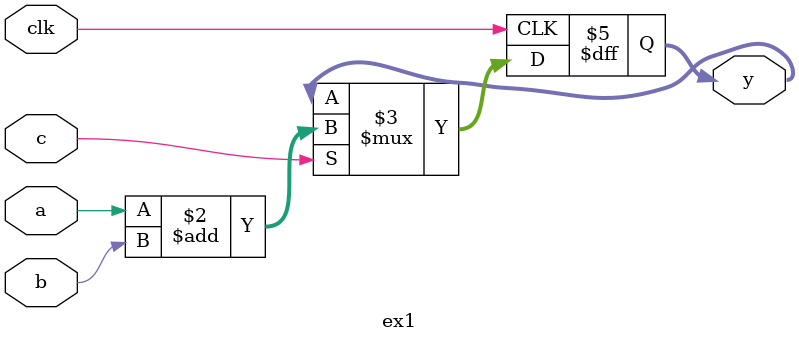
<source format=v>
module ex1(input clk, a, b, c, output reg [1:0] y);

    always @(posedge clk)
    if (c)
        y <= a+b;
endmodule

</source>
